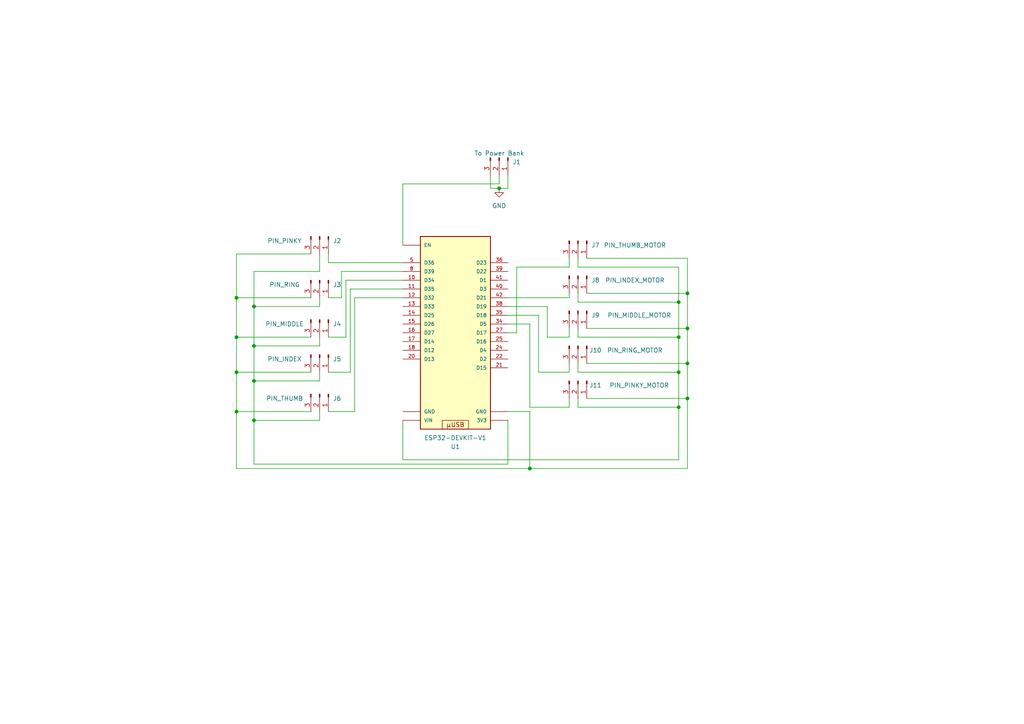
<source format=kicad_sch>
(kicad_sch (version 20211123) (generator eeschema)
  (paper "A4")
  (lib_symbols
    (symbol "Connector:Conn_01x03_Male" (pin_names (offset 1.016) hide)
      (property "Reference" "J" (at 0 5.08 0))
      (property "Value" "Conn_01x03_Male" (at 0 -5.08 0))
      (symbol "Conn_01x03_Male_1_1"
        (polyline (pts (xy 1.27 -2.54) (xy 0.8636 -2.54)) (stroke (width 0.1524)))
        (polyline (pts (xy 1.27 0) (xy 0.8636 0)) (stroke (width 0.1524)))
        (polyline (pts (xy 1.27 2.54) (xy 0.8636 2.54)) (stroke (width 0.1524)))
        (rectangle (start 0.8636 -2.413) (end 0 -2.667) (stroke (width 0.1524)) (fill (type outline)))
        (rectangle (start 0.8636 0.127) (end 0 -0.127) (stroke (width 0.1524)) (fill (type outline)))
        (rectangle (start 0.8636 2.667) (end 0 2.413) (stroke (width 0.1524)) (fill (type outline)))
        (pin passive line (at 5.08 2.54 180) (length 3.81) (name "Pin_1") (number "1"))
        (pin passive line (at 5.08 0 180) (length 3.81) (name "Pin_2") (number "2"))
        (pin passive line (at 5.08 -2.54 180) (length 3.81) (name "Pin_3") (number "3"))
      )
    )
    (symbol "ESP32-DEVKIT-V1:ESP32-DEVKIT-V1" (pin_names (offset 1.016))
      (property "Reference" "U1" (at 0 -33.02 0))
      (property "Value" "ESP32-DEVKIT-V1" (at 0 -30.48 0))
      (symbol "ESP32-DEVKIT-V1_0_0"
        (rectangle (start 10.16 27.94) (end -10.16 -27.94) (stroke (width 0.254)) (fill (type background)))
        (text "µUSB" (at 0 -26.67 0) (effects (font (size 1.27 1.27))))
        (pin output line (at 15.24 -25.4 180) (length 5.08) (name "3V3") (number ""))
        (pin bidirectional line (at -15.24 25.4 0) (length 5.08) (name "EN") (number ""))
        (pin bidirectional line (at -15.24 -22.86 0) (length 5.08) (name "GND") (number ""))
        (pin bidirectional line (at 15.24 -22.86 180) (length 5.08) (name "GND") (number ""))
        (pin bidirectional line (at -15.24 -25.4 0) (length 5.08) (name "VIN") (number ""))
        (pin bidirectional line (at -15.24 15.24 0) (length 5.08) (name "D34") (number "10"))
        (pin bidirectional line (at -15.24 12.7 0) (length 5.08) (name "D35") (number "11"))
        (pin bidirectional line (at -15.24 10.16 0) (length 5.08) (name "D32") (number "12"))
        (pin bidirectional line (at -15.24 7.62 0) (length 5.08) (name "D33") (number "13"))
        (pin bidirectional line (at -15.24 5.08 0) (length 5.08) (name "D25") (number "14"))
        (pin bidirectional line (at -15.24 2.54 0) (length 5.08) (name "D26") (number "15"))
        (pin bidirectional line (at -15.24 0 0) (length 5.08) (name "D27") (number "16"))
        (pin bidirectional line (at -15.24 -2.54 0) (length 5.08) (name "D14") (number "17"))
        (pin bidirectional line (at -15.24 -5.08 0) (length 5.08) (name "D12") (number "18"))
        (pin bidirectional line (at -15.24 -7.62 0) (length 5.08) (name "D13") (number "20"))
        (pin bidirectional line (at 15.24 -10.16 180) (length 5.08) (name "D15") (number "21"))
        (pin bidirectional line (at 15.24 -7.62 180) (length 5.08) (name "D2") (number "22"))
        (pin bidirectional line (at 15.24 -5.08 180) (length 5.08) (name "D4") (number "24"))
        (pin bidirectional line (at 15.24 -2.54 180) (length 5.08) (name "D16") (number "25"))
        (pin bidirectional line (at 15.24 0 180) (length 5.08) (name "D17") (number "27"))
        (pin bidirectional line (at 15.24 2.54 180) (length 5.08) (name "D5") (number "34"))
        (pin bidirectional line (at 15.24 5.08 180) (length 5.08) (name "D18") (number "35"))
        (pin bidirectional line (at 15.24 20.32 180) (length 5.08) (name "D23") (number "36"))
        (pin bidirectional line (at 15.24 7.62 180) (length 5.08) (name "D19") (number "38"))
        (pin bidirectional line (at 15.24 17.78 180) (length 5.08) (name "D22") (number "39"))
        (pin bidirectional line (at 15.24 12.7 180) (length 5.08) (name "D3") (number "40"))
        (pin bidirectional line (at 15.24 15.24 180) (length 5.08) (name "D1") (number "41"))
        (pin bidirectional line (at 15.24 10.16 180) (length 5.08) (name "D21") (number "42"))
        (pin bidirectional line (at -15.24 20.32 0) (length 5.08) (name "D36") (number "5"))
        (pin bidirectional line (at -15.24 17.78 0) (length 5.08) (name "D39") (number "8"))
      )
      (symbol "ESP32-DEVKIT-V1_0_1"
        (rectangle (start -3.81 -25.4) (end 3.81 -27.94))
      )
    )
    (symbol "power:GND" (power) (pin_names (offset 0))
      (property "Value" "GND" (at 0 -3.81 0))
      (symbol "GND_0_1"
        (polyline (pts (xy 0 0) (xy 0 -1.27) (xy 1.27 -1.27) (xy 0 -2.54) (xy -1.27 -1.27) (xy 0 -1.27)))
      )
      (symbol "GND_1_1"
        (pin power_in line (at 0 0 270) (length 0) hide (name "GND") (number "1"))
      )
    )
  )
  (junction (at 199.39 115.57))
  (junction (at 196.85 87.63))
  (junction (at 199.39 95.25))
  (junction (at 68.58 86.36))
  (junction (at 196.85 107.95))
  (junction (at 73.66 110.49))
  (junction (at 144.78 54.61))
  (junction (at 196.85 118.11))
  (junction (at 68.58 97.79))
  (junction (at 199.39 85.09))
  (junction (at 199.39 105.41))
  (junction (at 73.66 100.33))
  (junction (at 196.85 97.79))
  (junction (at 73.66 88.9))
  (junction (at 153.67 135.89))
  (junction (at 68.58 119.38))
  (junction (at 73.66 121.92))
  (junction (at 68.58 107.95))
  (wire (pts (xy 170.18 74.93) (xy 199.39 74.93)))
  (wire (pts (xy 116.84 53.34) (xy 116.84 71.12)))
  (wire (pts (xy 102.87 86.36) (xy 102.87 119.38)))
  (wire (pts (xy 101.6 83.82) (xy 101.6 107.95)))
  (wire (pts (xy 165.1 97.79) (xy 165.1 95.25)))
  (wire (pts (xy 144.78 50.8) (xy 144.78 53.34)))
  (wire (pts (xy 92.71 121.92) (xy 73.66 121.92)))
  (wire (pts (xy 199.39 135.89) (xy 153.67 135.89)))
  (wire (pts (xy 196.85 87.63) (xy 196.85 77.47)))
  (wire (pts (xy 68.58 86.36) (xy 68.58 97.79)))
  (wire (pts (xy 165.1 77.47) (xy 149.86 77.47)))
  (wire (pts (xy 153.67 93.98) (xy 147.32 93.98)))
  (wire (pts (xy 116.84 121.92) (xy 116.84 133.35)))
  (wire (pts (xy 167.64 85.09) (xy 167.64 87.63)))
  (wire (pts (xy 165.1 107.95) (xy 156.21 107.95)))
  (wire (pts (xy 196.85 107.95) (xy 196.85 97.79)))
  (wire (pts (xy 147.32 86.36) (xy 165.1 86.36)))
  (wire (pts (xy 147.32 88.9) (xy 158.75 88.9)))
  (wire (pts (xy 165.1 97.79) (xy 158.75 97.79)))
  (wire (pts (xy 158.75 97.79) (xy 158.75 88.9)))
  (wire (pts (xy 167.64 105.41) (xy 167.64 107.95)))
  (wire (pts (xy 68.58 107.95) (xy 90.17 107.95)))
  (wire (pts (xy 167.64 115.57) (xy 167.64 118.11)))
  (wire (pts (xy 165.1 107.95) (xy 165.1 105.41)))
  (wire (pts (xy 116.84 86.36) (xy 102.87 86.36)))
  (wire (pts (xy 99.06 86.36) (xy 95.25 86.36)))
  (wire (pts (xy 102.87 119.38) (xy 95.25 119.38)))
  (wire (pts (xy 156.21 107.95) (xy 156.21 91.44)))
  (wire (pts (xy 199.39 85.09) (xy 199.39 95.25)))
  (wire (pts (xy 170.18 105.41) (xy 199.39 105.41)))
  (wire (pts (xy 167.64 107.95) (xy 196.85 107.95)))
  (wire (pts (xy 73.66 100.33) (xy 73.66 110.49)))
  (wire (pts (xy 95.25 76.2) (xy 95.25 73.66)))
  (wire (pts (xy 68.58 97.79) (xy 90.17 97.79)))
  (wire (pts (xy 116.84 78.74) (xy 99.06 78.74)))
  (wire (pts (xy 196.85 118.11) (xy 196.85 107.95)))
  (wire (pts (xy 156.21 91.44) (xy 147.32 91.44)))
  (wire (pts (xy 165.1 118.11) (xy 165.1 115.57)))
  (wire (pts (xy 165.1 86.36) (xy 165.1 85.09)))
  (wire (pts (xy 196.85 97.79) (xy 196.85 87.63)))
  (wire (pts (xy 68.58 119.38) (xy 90.17 119.38)))
  (wire (pts (xy 170.18 115.57) (xy 199.39 115.57)))
  (wire (pts (xy 73.66 134.62) (xy 147.32 134.62)))
  (wire (pts (xy 116.84 83.82) (xy 101.6 83.82)))
  (wire (pts (xy 196.85 133.35) (xy 196.85 118.11)))
  (wire (pts (xy 90.17 73.66) (xy 68.58 73.66)))
  (wire (pts (xy 199.39 115.57) (xy 199.39 135.89)))
  (wire (pts (xy 92.71 78.74) (xy 73.66 78.74)))
  (wire (pts (xy 68.58 97.79) (xy 68.58 107.95)))
  (wire (pts (xy 73.66 110.49) (xy 73.66 121.92)))
  (wire (pts (xy 68.58 86.36) (xy 90.17 86.36)))
  (wire (pts (xy 149.86 77.47) (xy 149.86 96.52)))
  (wire (pts (xy 153.67 118.11) (xy 153.67 93.98)))
  (wire (pts (xy 147.32 50.8) (xy 147.32 54.61)))
  (wire (pts (xy 73.66 121.92) (xy 73.66 134.62)))
  (wire (pts (xy 68.58 107.95) (xy 68.58 119.38)))
  (wire (pts (xy 149.86 96.52) (xy 147.32 96.52)))
  (wire (pts (xy 142.24 54.61) (xy 142.24 50.8)))
  (wire (pts (xy 199.39 105.41) (xy 199.39 115.57)))
  (wire (pts (xy 116.84 81.28) (xy 100.33 81.28)))
  (wire (pts (xy 92.71 73.66) (xy 92.71 78.74)))
  (wire (pts (xy 92.71 86.36) (xy 92.71 88.9)))
  (wire (pts (xy 153.67 119.38) (xy 153.67 135.89)))
  (wire (pts (xy 165.1 118.11) (xy 153.67 118.11)))
  (wire (pts (xy 68.58 73.66) (xy 68.58 86.36)))
  (wire (pts (xy 100.33 97.79) (xy 95.25 97.79)))
  (wire (pts (xy 144.78 53.34) (xy 116.84 53.34)))
  (wire (pts (xy 92.71 88.9) (xy 73.66 88.9)))
  (wire (pts (xy 170.18 95.25) (xy 199.39 95.25)))
  (wire (pts (xy 99.06 78.74) (xy 99.06 86.36)))
  (wire (pts (xy 92.71 97.79) (xy 92.71 100.33)))
  (wire (pts (xy 100.33 81.28) (xy 100.33 97.79)))
  (wire (pts (xy 199.39 74.93) (xy 199.39 85.09)))
  (wire (pts (xy 167.64 118.11) (xy 196.85 118.11)))
  (wire (pts (xy 68.58 119.38) (xy 68.58 135.89)))
  (wire (pts (xy 92.71 100.33) (xy 73.66 100.33)))
  (wire (pts (xy 147.32 134.62) (xy 147.32 121.92)))
  (wire (pts (xy 167.64 77.47) (xy 167.64 74.93)))
  (wire (pts (xy 92.71 110.49) (xy 73.66 110.49)))
  (wire (pts (xy 144.78 54.61) (xy 142.24 54.61)))
  (wire (pts (xy 153.67 119.38) (xy 147.32 119.38)))
  (wire (pts (xy 167.64 97.79) (xy 196.85 97.79)))
  (wire (pts (xy 92.71 107.95) (xy 92.71 110.49)))
  (wire (pts (xy 167.64 95.25) (xy 167.64 97.79)))
  (wire (pts (xy 68.58 135.89) (xy 153.67 135.89)))
  (wire (pts (xy 92.71 119.38) (xy 92.71 121.92)))
  (wire (pts (xy 196.85 77.47) (xy 167.64 77.47)))
  (wire (pts (xy 147.32 54.61) (xy 144.78 54.61)))
  (wire (pts (xy 101.6 107.95) (xy 95.25 107.95)))
  (wire (pts (xy 165.1 77.47) (xy 165.1 74.93)))
  (wire (pts (xy 73.66 78.74) (xy 73.66 88.9)))
  (wire (pts (xy 167.64 87.63) (xy 196.85 87.63)))
  (wire (pts (xy 116.84 133.35) (xy 196.85 133.35)))
  (wire (pts (xy 116.84 76.2) (xy 95.25 76.2)))
  (wire (pts (xy 73.66 88.9) (xy 73.66 100.33)))
  (wire (pts (xy 199.39 95.25) (xy 199.39 105.41)))
  (wire (pts (xy 170.18 85.09) (xy 199.39 85.09)))
  (symbol (lib_id "Connector:Conn_01x03_Male") (at 92.71 81.28 270) (unit 1)
    (property "Reference" "J3" (at 97.79 82.55 90))
    (property "Value" "PIN_RING" (at 82.55 82.55 90))
  )
  (symbol (lib_id "Connector:Conn_01x03_Male") (at 92.71 68.58 270) (unit 1)
    (property "Reference" "J2" (at 97.79 69.85 90))
    (property "Value" "PIN_PINKY" (at 82.55 69.85 90))
  )
  (symbol (lib_id "Connector:Conn_01x03_Male") (at 92.71 92.71 270) (unit 1)
    (property "Reference" "J4" (at 97.79 93.98 90))
    (property "Value" "PIN_MIDDLE" (at 82.55 93.98 90))
  )
  (symbol (lib_id "Connector:Conn_01x03_Male") (at 167.64 110.49 270) (unit 1)
    (property "Reference" "J11" (at 172.72 111.76 90))
    (property "Value" "PIN_PINKY_MOTOR" (at 185.42 111.76 90))
  )
  (symbol (lib_id "ESP32-DEVKIT-V1:ESP32-DEVKIT-V1") (at 132.08 96.52 0) (unit 1)
    (property "Reference" "U1" (at 132.08 129.54 0))
    (property "Value" "ESP32-DEVKIT-V1" (at 132.08 127 0))
    (property "Footprint" "ESP32-DEVKIT-V1:MODULE_ESP32_DEVKIT_V1" (effects hide))
    (property "PARTREV" "N/A" (effects hide))
    (property "MAXIMUM_PACKAGE_HEIGHT" "6.8 mm" (effects hide))
    (property "STANDARD" "Manufacturer Recommendations" (effects hide))
    (property "MANUFACTURER" "DOIT" (effects hide))
  )
  (symbol (lib_id "Connector:Conn_01x03_Male") (at 92.71 102.87 270) (unit 1)
    (property "Reference" "J5" (at 97.79 104.14 90))
    (property "Value" "PIN_INDEX" (at 82.55 104.14 90))
  )
  (symbol (lib_id "Connector:Conn_01x03_Male") (at 167.64 100.33 270) (unit 1)
    (property "Reference" "J10" (at 172.72 101.6 90))
    (property "Value" "PIN_RING_MOTOR" (at 184.15 101.6 90))
  )
  (symbol (lib_id "Connector:Conn_01x03_Male") (at 92.71 114.3 270) (unit 1)
    (property "Reference" "J6" (at 97.79 115.57 90))
    (property "Value" "PIN_THUMB" (at 82.55 115.57 90))
  )
  (symbol (lib_id "Connector:Conn_01x03_Male") (at 167.64 90.17 270) (unit 1)
    (property "Reference" "J9" (at 172.72 91.44 90))
    (property "Value" "PIN_MIDDLE_MOTOR" (at 185.42 91.44 90))
  )
  (symbol (lib_id "Connector:Conn_01x03_Male") (at 167.64 69.85 270) (unit 1)
    (property "Reference" "J7" (at 172.72 71.12 90))
    (property "Value" "PIN_THUMB_MOTOR" (at 184.15 71.12 90))
  )
  (symbol (lib_id "Connector:Conn_01x03_Male") (at 167.64 80.01 270) (unit 1)
    (property "Reference" "J8" (at 172.72 81.28 90))
    (property "Value" "PIN_INDEX_MOTOR" (at 184.15 81.28 90))
  )
  (symbol (lib_id "Connector:Conn_01x03_Male") (at 144.78 45.72 270) (unit 1)
    (property "Reference" "J1" (at 149.86 46.99 90))
    (property "Value" "To Power Bank" (at 144.78 44.45 90))
  )
  (symbol (lib_id "power:GND") (at 144.78 54.61 0) (unit 1)
    (property "Reference" "#PWR?" (effects hide))
    (property "Value" "GND" (at 144.78 59.69 0))
  )
)
</source>
